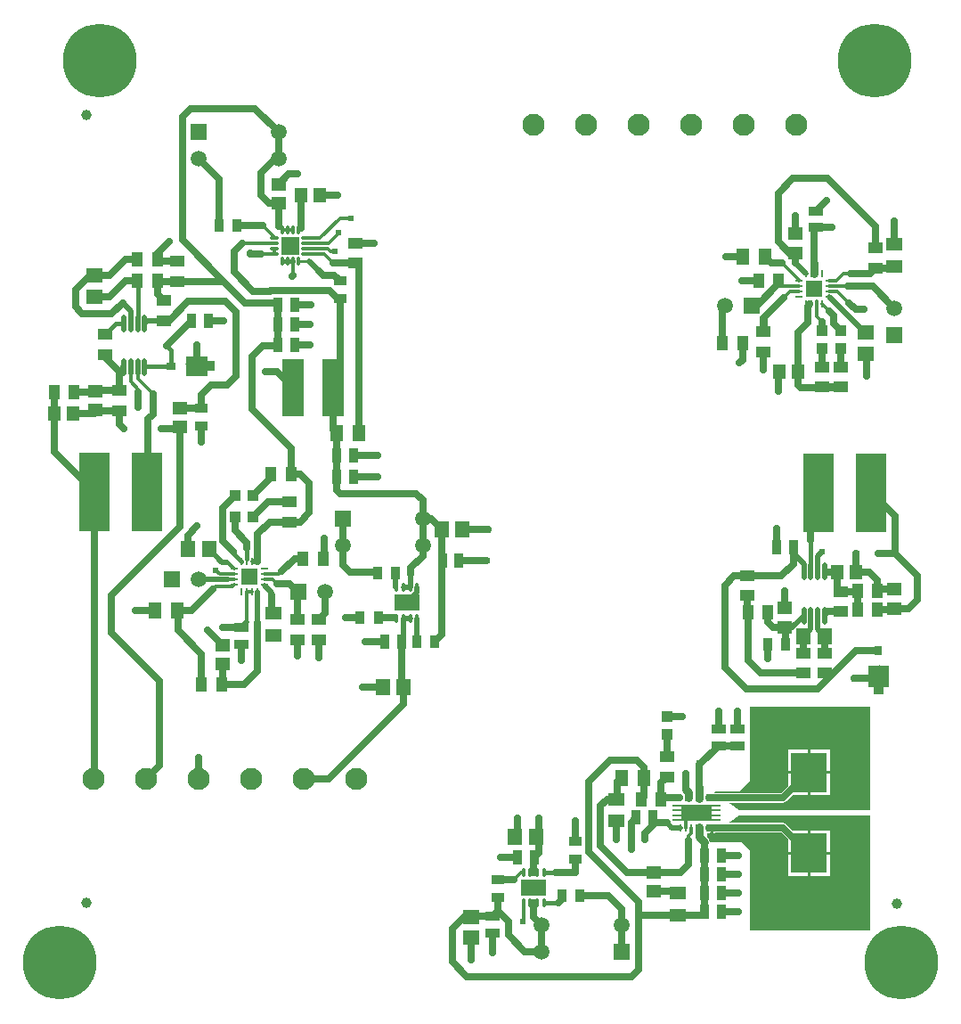
<source format=gtl>
%FSLAX42Y42*%
%MOMM*%
G71*
G01*
G75*
G04 Layer_Physical_Order=1*
G04 Layer_Color=191*
%ADD10R,2.15X5.50*%
%ADD11R,3.00X7.50*%
%ADD12R,3.50X3.80*%
%ADD13O,0.25X0.70*%
%ADD14O,0.70X0.25*%
%ADD15R,1.60X1.60*%
%ADD16O,0.45X1.70*%
%ADD17R,0.66X0.94*%
%ADD18R,0.00X0.00*%
%ADD19R,0.00X0.00*%
%ADD20R,0.84X0.66*%
%ADD21R,1.70X1.70*%
%ADD22O,0.85X0.28*%
%ADD23O,0.28X0.85*%
%ADD24R,1.40X1.05*%
%ADD25R,1.25X1.50*%
%ADD26R,0.85X1.30*%
%ADD27R,1.00X1.00*%
G04:AMPARAMS|DCode=28|XSize=0.24mm|YSize=0.6mm|CornerRadius=0.08mm|HoleSize=0mm|Usage=FLASHONLY|Rotation=0.000|XOffset=0mm|YOffset=0mm|HoleType=Round|Shape=RoundedRectangle|*
%AMROUNDEDRECTD28*
21,1,0.24,0.43,0,0,0.0*
21,1,0.07,0.60,0,0,0.0*
1,1,0.17,0.04,-0.22*
1,1,0.17,-0.04,-0.22*
1,1,0.17,-0.04,0.22*
1,1,0.17,0.04,0.22*
%
%ADD28ROUNDEDRECTD28*%
%ADD29R,2.40X1.65*%
%ADD30O,0.30X0.85*%
%ADD31R,1.45X1.15*%
%ADD32R,1.15X1.45*%
%ADD33R,1.55X1.35*%
%ADD34R,0.95X1.35*%
%ADD35R,1.30X0.85*%
%ADD36R,1.05X1.40*%
%ADD37R,1.50X1.25*%
%ADD38R,1.00X1.00*%
%ADD39R,0.94X0.66*%
%ADD40R,0.00X0.00*%
%ADD41R,0.00X0.00*%
%ADD42R,0.66X0.84*%
%ADD43R,1.35X0.95*%
%ADD44R,1.35X1.55*%
%ADD45C,1.00*%
%ADD46C,0.64*%
%ADD47C,0.51*%
%ADD48C,0.38*%
%ADD49C,0.43*%
%ADD50C,0.25*%
%ADD51C,0.46*%
%ADD52C,0.76*%
%ADD53R,0.85X0.20*%
%ADD54R,2.85X1.58*%
%ADD55C,2.10*%
%ADD56C,1.50*%
%ADD57R,1.50X1.50*%
%ADD58R,1.50X1.50*%
%ADD59C,7.00*%
%ADD60C,0.50*%
%ADD61C,0.46*%
%ADD62C,0.61*%
G36*
X8166Y1970D02*
X6924D01*
X6834Y2029D01*
X6829Y2030D01*
X6830Y2042D01*
X7337D01*
X7353Y2046D01*
X7367Y2055D01*
X7427Y2115D01*
X7569D01*
Y2317D01*
X7382D01*
Y2190D01*
X7319Y2128D01*
X6695D01*
X6693Y2131D01*
X6686Y2136D01*
X6690Y2148D01*
X6921Y2148D01*
X7023Y2250D01*
X7023Y2953D01*
X8166D01*
Y1970D01*
D02*
G37*
G36*
Y827D02*
X7023D01*
Y1589D01*
X6947Y1666D01*
X6639D01*
X6637Y1669D01*
X6633Y1688D01*
X6622Y1704D01*
X6617Y1709D01*
X6617Y1747D01*
X6619Y1749D01*
X6632Y1752D01*
X6640Y1757D01*
X6648Y1752D01*
X6652Y1751D01*
Y1805D01*
X6678D01*
Y1751D01*
X6682Y1752D01*
X6693Y1759D01*
X6695Y1762D01*
X7319D01*
X7382Y1700D01*
Y1573D01*
X7569D01*
Y1775D01*
X7427D01*
X7367Y1835D01*
X7353Y1845D01*
X7337Y1848D01*
X6830D01*
X6829Y1860D01*
X6834Y1862D01*
X6924Y1920D01*
X8166D01*
Y827D01*
D02*
G37*
G36*
X1864Y6235D02*
X1930D01*
Y6141D01*
X1864D01*
Y6090D01*
X1664D01*
Y6283D01*
X1864D01*
Y6235D01*
D02*
G37*
G36*
X8339Y3141D02*
X8291D01*
Y3075D01*
X8197D01*
Y3141D01*
X8146D01*
Y3342D01*
X8339D01*
Y3141D01*
D02*
G37*
%LPC*%
G36*
X7569Y1547D02*
X7382D01*
Y1345D01*
X7569D01*
Y1547D01*
D02*
G37*
G36*
X7782D02*
X7595D01*
Y1345D01*
X7782D01*
Y1547D01*
D02*
G37*
G36*
Y1775D02*
X7595D01*
Y1573D01*
X7782D01*
Y1775D01*
D02*
G37*
G36*
Y2545D02*
X7595D01*
Y2343D01*
X7782D01*
Y2545D01*
D02*
G37*
G36*
X7569D02*
X7382D01*
Y2343D01*
X7569D01*
Y2545D01*
D02*
G37*
G36*
X7782Y2317D02*
X7595D01*
Y2115D01*
X7782D01*
Y2317D01*
D02*
G37*
%LPD*%
D10*
X2678Y5985D02*
D03*
X3063D02*
D03*
D11*
X1291Y4990D02*
D03*
X791D02*
D03*
X8175Y4985D02*
D03*
X7675D02*
D03*
D12*
X7582Y1560D02*
D03*
Y2330D02*
D03*
D13*
X2338Y4331D02*
D03*
X2288D02*
D03*
X2238D02*
D03*
X2188D02*
D03*
Y4041D02*
D03*
X2238D02*
D03*
X2288D02*
D03*
X2338D02*
D03*
X7558Y7068D02*
D03*
X7608D02*
D03*
X7658D02*
D03*
X7708D02*
D03*
Y6779D02*
D03*
X7658D02*
D03*
X7608D02*
D03*
X7558D02*
D03*
D14*
X2118Y4261D02*
D03*
Y4211D02*
D03*
Y4161D02*
D03*
Y4111D02*
D03*
X2408D02*
D03*
Y4161D02*
D03*
Y4211D02*
D03*
Y4261D02*
D03*
X7488Y6849D02*
D03*
Y6899D02*
D03*
Y6948D02*
D03*
Y6999D02*
D03*
X7778D02*
D03*
Y6948D02*
D03*
Y6899D02*
D03*
Y6849D02*
D03*
D15*
X2263Y4186D02*
D03*
X7633Y6923D02*
D03*
D16*
X1266Y6177D02*
D03*
X1136D02*
D03*
X1071D02*
D03*
X1201D02*
D03*
X1266Y6597D02*
D03*
X1136D02*
D03*
X1201D02*
D03*
X1071D02*
D03*
X7535Y3818D02*
D03*
X7600D02*
D03*
X7665D02*
D03*
X7730D02*
D03*
X7535Y4238D02*
D03*
X7600D02*
D03*
X7665D02*
D03*
X7730D02*
D03*
D17*
X1749Y6187D02*
D03*
D18*
X1669Y6183D02*
D03*
D19*
X1666Y6200D02*
D03*
D20*
X1516Y6187D02*
D03*
D21*
X2651Y7331D02*
D03*
D22*
X2503Y7256D02*
D03*
Y7306D02*
D03*
Y7356D02*
D03*
Y7406D02*
D03*
X2798D02*
D03*
Y7356D02*
D03*
Y7306D02*
D03*
Y7256D02*
D03*
D23*
X2576Y7478D02*
D03*
X2626D02*
D03*
X2676D02*
D03*
X2726D02*
D03*
Y7183D02*
D03*
X2676D02*
D03*
X2626D02*
D03*
X2576D02*
D03*
D24*
X1575Y7185D02*
D03*
Y6995D02*
D03*
X6998Y4009D02*
D03*
Y4199D02*
D03*
X7531Y3462D02*
D03*
Y3272D02*
D03*
X7734Y3462D02*
D03*
Y3272D02*
D03*
X6235Y2476D02*
D03*
Y2286D02*
D03*
X8217Y7121D02*
D03*
Y7311D02*
D03*
X7709Y6180D02*
D03*
Y5990D02*
D03*
X7887Y6180D02*
D03*
Y5990D02*
D03*
X7150Y6325D02*
D03*
Y6515D02*
D03*
X7887Y4047D02*
D03*
Y3857D02*
D03*
X1448Y6812D02*
D03*
Y6622D02*
D03*
X1025Y5764D02*
D03*
Y5954D02*
D03*
X889Y6489D02*
D03*
Y6299D02*
D03*
X2642Y4709D02*
D03*
Y4899D02*
D03*
X2718Y3781D02*
D03*
Y3591D02*
D03*
X2921Y3781D02*
D03*
Y3591D02*
D03*
X3272Y7165D02*
D03*
Y7355D02*
D03*
D25*
X3305Y5553D02*
D03*
X3095D02*
D03*
X5801Y2275D02*
D03*
X6010D02*
D03*
X7166Y7228D02*
D03*
X6956D02*
D03*
X1578Y3864D02*
D03*
X1368D02*
D03*
D26*
X3483Y4223D02*
D03*
X3653D02*
D03*
X5236Y1158D02*
D03*
X5406D02*
D03*
X7362Y3545D02*
D03*
X7192D02*
D03*
X2142Y7521D02*
D03*
X1972D02*
D03*
X4021Y3567D02*
D03*
X3851D02*
D03*
X3317Y3795D02*
D03*
X3487D02*
D03*
D27*
X2295Y4753D02*
D03*
X2125D02*
D03*
X2295Y4956D02*
D03*
X2125D02*
D03*
D28*
X6365Y2085D02*
D03*
X6415D02*
D03*
X6465D02*
D03*
X6515D02*
D03*
X6565D02*
D03*
X6615D02*
D03*
X6665D02*
D03*
Y1805D02*
D03*
X6615D02*
D03*
X6565D02*
D03*
X6515D02*
D03*
X6465D02*
D03*
X6415D02*
D03*
X6365D02*
D03*
D29*
X3759Y3940D02*
D03*
X4966Y1234D02*
D03*
D30*
X3857Y3793D02*
D03*
X3792D02*
D03*
X3727D02*
D03*
X3662D02*
D03*
Y4088D02*
D03*
X3727D02*
D03*
X3792D02*
D03*
X3857D02*
D03*
X4868Y1086D02*
D03*
X4933D02*
D03*
X4998D02*
D03*
X5063D02*
D03*
Y1381D02*
D03*
X4998D02*
D03*
X4933D02*
D03*
X4868D02*
D03*
D31*
X6108Y1199D02*
D03*
Y1379D02*
D03*
X7455Y7265D02*
D03*
Y7445D02*
D03*
X7353Y3709D02*
D03*
Y3889D02*
D03*
X8395Y3887D02*
D03*
Y4067D02*
D03*
X1600Y5611D02*
D03*
Y5791D02*
D03*
X797Y5769D02*
D03*
Y5949D02*
D03*
X2540Y7916D02*
D03*
Y7736D02*
D03*
X2007Y3535D02*
D03*
Y3355D02*
D03*
D32*
X590Y5741D02*
D03*
X410D02*
D03*
X2755Y7814D02*
D03*
X2935D02*
D03*
X7477Y6140D02*
D03*
X7297D02*
D03*
X7847Y4231D02*
D03*
X8028D02*
D03*
D33*
X787Y6846D02*
D03*
Y7046D02*
D03*
X4369Y757D02*
D03*
Y957D02*
D03*
X8124Y6507D02*
D03*
Y6307D02*
D03*
D34*
X1871Y6616D02*
D03*
X1711D02*
D03*
X4970Y1522D02*
D03*
X4810D02*
D03*
X6588Y1539D02*
D03*
X6747D02*
D03*
X6588Y1361D02*
D03*
X6747D02*
D03*
X6588Y1183D02*
D03*
X6747D02*
D03*
X6588Y1005D02*
D03*
X6747D02*
D03*
X5940Y1899D02*
D03*
X6100D02*
D03*
X7433Y4470D02*
D03*
X7273D02*
D03*
X2696Y6582D02*
D03*
X2536D02*
D03*
X2696Y6775D02*
D03*
X2536D02*
D03*
X2696Y6391D02*
D03*
X2536D02*
D03*
X3255Y5134D02*
D03*
X3095D02*
D03*
X3255Y5337D02*
D03*
X3095D02*
D03*
X3551Y3567D02*
D03*
X3711D02*
D03*
X4257Y4341D02*
D03*
X4097D02*
D03*
D35*
X5359Y1502D02*
D03*
Y1673D02*
D03*
X4623Y1310D02*
D03*
Y1140D02*
D03*
X1803Y5616D02*
D03*
Y5786D02*
D03*
X3124Y6997D02*
D03*
Y6827D02*
D03*
D36*
X6178Y2072D02*
D03*
X5988D02*
D03*
X7106Y7000D02*
D03*
X7296D02*
D03*
X6953Y6403D02*
D03*
X6763D02*
D03*
X8046Y4053D02*
D03*
X8236D02*
D03*
X8236Y3875D02*
D03*
X8046D02*
D03*
X7194Y3850D02*
D03*
X7004D02*
D03*
X595Y5944D02*
D03*
X405D02*
D03*
X2660Y5159D02*
D03*
X2470D02*
D03*
X2000Y3165D02*
D03*
X1810D02*
D03*
X2775Y4362D02*
D03*
X2965D02*
D03*
X1390Y7200D02*
D03*
X1200D02*
D03*
X1390Y6997D02*
D03*
X1200D02*
D03*
D37*
X6337Y1183D02*
D03*
Y973D02*
D03*
X5753Y1865D02*
D03*
Y2075D02*
D03*
X8395Y7346D02*
D03*
Y7136D02*
D03*
X2489Y3632D02*
D03*
Y3842D02*
D03*
D38*
X6235Y2860D02*
D03*
Y2690D02*
D03*
X7709Y6526D02*
D03*
Y6356D02*
D03*
X7887Y6526D02*
D03*
Y6356D02*
D03*
D39*
X8242Y3257D02*
D03*
D40*
X8238Y3337D02*
D03*
D41*
X8255Y3340D02*
D03*
D42*
X8242Y3489D02*
D03*
D43*
X4572Y963D02*
D03*
Y803D02*
D03*
X6722Y2581D02*
D03*
Y2741D02*
D03*
X6900Y2581D02*
D03*
Y2741D02*
D03*
X7645Y7504D02*
D03*
Y7664D02*
D03*
X2184Y3543D02*
D03*
Y3703D02*
D03*
D44*
X4990Y1715D02*
D03*
X4790D02*
D03*
X7733Y3621D02*
D03*
X7533D02*
D03*
X1678Y4448D02*
D03*
X1878D02*
D03*
X3531Y3135D02*
D03*
X3731D02*
D03*
X4090Y4633D02*
D03*
X4290D02*
D03*
D45*
X711Y8572D02*
D03*
Y1092D02*
D03*
X8420Y1080D02*
D03*
D46*
X8222Y3220D02*
X8242Y3240D01*
X5988Y2072D02*
X6010Y2094D01*
Y2275D01*
X7337Y1805D02*
X7582Y1560D01*
X6628Y1805D02*
X7337D01*
X7337Y2085D02*
X7582Y2330D01*
X6628Y2085D02*
X7337D01*
X8236Y4053D02*
X8250Y4067D01*
X8395D01*
X8039Y4047D02*
X8046Y4040D01*
Y3875D02*
Y4040D01*
X7887Y4047D02*
X8039D01*
X7847Y4086D02*
X7887Y4047D01*
X7847Y4086D02*
Y4231D01*
X7531Y3462D02*
X7533Y3464D01*
Y3621D01*
X7733Y3464D02*
X7734Y3462D01*
X7733Y3464D02*
Y3621D01*
X6947Y7000D02*
X6947Y7000D01*
X7106D01*
X7794Y7504D02*
X7798Y7508D01*
X7645Y7504D02*
X7794D01*
X7887Y6356D02*
X7887Y6356D01*
Y6180D02*
Y6356D01*
X7709Y6180D02*
X7709Y6180D01*
X7709Y6180D02*
Y6356D01*
X3731Y2978D02*
Y3135D01*
X1778Y2467D02*
X1782Y2463D01*
Y2264D02*
Y2463D01*
X1580Y5591D02*
X1600Y5611D01*
X1422Y5591D02*
X1580D01*
X1025Y5633D02*
X1067Y5591D01*
X1025Y5633D02*
Y5764D01*
X1282Y2264D02*
X1409Y2390D01*
X782Y2264D02*
X791Y2273D01*
Y4990D01*
X405Y5376D02*
Y5944D01*
X768Y5741D02*
X797Y5769D01*
X628Y5741D02*
X794D01*
X797Y5769D02*
X802Y5764D01*
X827D02*
X1025D01*
X797Y5949D02*
X802Y5954D01*
X792Y5944D02*
X797Y5949D01*
X827Y5954D02*
X1025D01*
X1778Y8156D02*
X1972Y7962D01*
Y7521D02*
Y7962D01*
X2525Y6137D02*
X2678Y5985D01*
X1390Y7200D02*
Y7261D01*
X1499Y7369D01*
X1390Y7200D02*
X1406Y7185D01*
X1575D01*
X1390Y6997D02*
X1393Y6995D01*
X1575D01*
X1207Y5794D02*
Y5944D01*
X744Y7046D02*
X787D01*
X610Y6912D02*
X744Y7046D01*
X633Y5944D02*
X817D01*
X1810Y3165D02*
Y3454D01*
X2177Y3535D02*
X2184Y3543D01*
X2000Y3165D02*
X2007Y3172D01*
Y3355D01*
X2000Y3165D02*
X2210D01*
X2184Y3394D02*
Y3543D01*
X2007Y4838D02*
X2125Y4956D01*
X2295D02*
X2470Y5132D01*
Y5159D01*
X2295Y4753D02*
X2441Y4899D01*
X2921Y3781D02*
X2984Y3844D01*
X1880Y6620D02*
X2019D01*
X1803Y5464D02*
Y5616D01*
X2718Y3432D02*
X2718Y3432D01*
X2718Y3432D02*
Y3591D01*
X2782Y2264D02*
X3016D01*
X3731Y2978D01*
Y3131D02*
Y3135D01*
X3711Y3155D02*
X3731Y3135D01*
X3711Y3155D02*
Y3567D01*
X3148Y4481D02*
Y4735D01*
Y4297D02*
Y4481D01*
X4090Y4341D02*
Y4633D01*
X3988Y4735D02*
X4090Y4633D01*
X3910Y4735D02*
X3988D01*
X3910Y4481D02*
Y4735D01*
X3361Y3567D02*
X3551D01*
X3335Y3135D02*
X3531D01*
X3271Y7166D02*
X3272Y7165D01*
X3305Y7131D01*
Y5566D02*
Y7131D01*
X2667Y7039D02*
X2676Y7047D01*
X1390Y6870D02*
X1448Y6812D01*
X1390Y6870D02*
Y6997D01*
X2540Y7514D02*
Y7736D01*
X2452D02*
X2540D01*
X2540Y8156D02*
Y8410D01*
X2536Y6378D02*
Y6582D01*
X3063Y5934D02*
X3124Y5995D01*
Y6059D02*
Y6776D01*
X2142Y7521D02*
X2394D01*
X2935Y7814D02*
X3099D01*
X5804Y624D02*
Y878D01*
Y1031D01*
X5677Y1158D02*
X5804Y1031D01*
X5406Y1158D02*
X5677D01*
X5236Y1123D02*
Y1158D01*
X5199Y1086D02*
X5236Y1123D01*
X4970Y1522D02*
X5015Y1568D01*
X5042Y624D02*
Y878D01*
X4810Y1711D02*
X4815Y1716D01*
Y1893D01*
X4813Y1894D02*
X4815Y1893D01*
X5015Y1568D02*
Y1893D01*
X7321Y4199D02*
X7433Y4311D01*
X6998Y4199D02*
X7321D01*
X7433Y4311D02*
Y4409D01*
X6998Y3857D02*
Y4009D01*
Y3857D02*
X7004Y3850D01*
X7362Y3545D02*
Y3701D01*
X7353Y3709D02*
X7362Y3701D01*
X7353Y3889D02*
Y4053D01*
X7709Y5990D02*
X7887D01*
X8014Y3220D02*
X8222D01*
X7887Y5990D02*
X7893Y5984D01*
X8028Y4231D02*
Y4409D01*
X4290Y4633D02*
X4529D01*
X4257Y4341D02*
X4517D01*
X4021Y3567D02*
X4089Y3635D01*
Y4362D01*
X3175Y3795D02*
X3317D01*
X3487D02*
X3632D01*
X3218Y4227D02*
X3483D01*
X3148Y4297D02*
X3218Y4227D01*
X3910Y4387D02*
Y4481D01*
X3255Y5137D02*
X3480D01*
X3255Y5337D02*
X3480D01*
X3095Y5011D02*
Y5337D01*
X3095D02*
Y5566D01*
X3063Y5586D02*
Y5934D01*
Y5985D01*
X2007Y4527D02*
Y4838D01*
Y4527D02*
X2108Y4426D01*
X2441Y4899D02*
X2642D01*
X2660Y5159D02*
X2746D01*
X2832Y5074D01*
X2642Y4709D02*
X2746D01*
X2832Y4794D01*
Y5074D01*
X2125Y4625D02*
Y4753D01*
X2984Y3844D02*
Y4045D01*
X2718Y3781D02*
Y4045D01*
X2921Y3422D02*
Y3591D01*
X1865Y3677D02*
X2007Y3535D01*
X1676Y4450D02*
X1678Y4448D01*
X1676Y4450D02*
Y4579D01*
X1765Y4667D01*
X2642Y4121D02*
X2718Y4045D01*
X2527Y4121D02*
X2642D01*
X1901Y6009D02*
X2053D01*
X1803Y5912D02*
X1901Y6009D01*
X1803Y5786D02*
Y5912D01*
X1605Y5786D02*
X1803D01*
X1600Y5791D02*
X1605Y5786D01*
X1764Y6187D02*
X1768Y6191D01*
X1765Y6194D02*
X1768Y6191D01*
X1765Y6194D02*
Y6394D01*
X1291Y4990D02*
X1299Y4998D01*
Y5683D01*
X1346Y5730D02*
Y5924D01*
X1299Y5683D02*
X1346Y5730D01*
X1473Y6378D02*
X1711Y6616D01*
X1473Y6378D02*
X1473D01*
X1676Y6801D02*
X2032D01*
X1498Y6622D02*
X1676Y6801D01*
X1448Y6622D02*
X1498D01*
X1025Y5954D02*
Y6140D01*
X877Y6288D02*
X1025Y6140D01*
X787Y7046D02*
X931D01*
X1085Y7200D01*
X1200D01*
X610Y6750D02*
X673Y6686D01*
X610Y6750D02*
Y6912D01*
X787Y6846D02*
X934D01*
X1084Y6996D01*
X673Y6686D02*
X952D01*
X2387Y6378D02*
X2536D01*
X2413Y6137D02*
X2525D01*
X2286Y6277D02*
X2387Y6378D01*
X2696Y6391D02*
X2841D01*
X2696Y6582D02*
X2841D01*
X2696Y6775D02*
X2845D01*
X2536Y6582D02*
Y6785D01*
X3067Y7054D02*
X3124Y6997D01*
X2963Y7054D02*
X3067D01*
X2924Y7093D02*
X2963Y7054D01*
X3062Y7166D02*
X3271D01*
X2338Y4331D02*
Y4593D01*
X2454Y4709D01*
X2642D01*
X2972Y4362D02*
X2972Y4362D01*
Y4553D01*
X2567Y4237D02*
X2692Y4362D01*
X2775D01*
X1587Y3677D02*
X1810Y3454D01*
X1711Y3864D02*
X1917Y4070D01*
X1587Y3864D02*
X1711D01*
X1578D02*
X1587D01*
Y3677D02*
Y3864D01*
X2756Y7503D02*
Y7826D01*
X2121Y7283D02*
X2193Y7356D01*
X2273Y7258D02*
X2275Y7256D01*
X2376D01*
X2225Y6785D02*
X2536D01*
X2016Y6995D02*
X2225Y6785D01*
X2462Y6902D02*
X2463Y6904D01*
X2298Y6902D02*
X2462D01*
X2463Y6904D02*
X3022D01*
X3124Y6801D01*
X2375Y7814D02*
X2452Y7736D01*
X2375Y7814D02*
Y8020D01*
X2511Y8156D01*
X2540D01*
X5893Y387D02*
X5960Y454D01*
X5363Y1678D02*
Y1869D01*
X4369Y552D02*
Y757D01*
X4572Y616D02*
Y803D01*
X4966Y955D02*
X5042Y878D01*
X4966Y955D02*
Y1086D01*
X4626Y1314D02*
X4775D01*
X4653Y1522D02*
X4810D01*
X4966Y1381D02*
Y1518D01*
X4330Y387D02*
X5893D01*
X4191Y527D02*
X4330Y387D01*
X4191Y527D02*
Y844D01*
X4303Y957D01*
X4623Y1013D02*
Y1140D01*
X4572Y963D02*
X4623Y1013D01*
X4374Y963D02*
X4572D01*
X4369Y957D02*
X4374Y963D01*
X4881Y624D02*
X5042D01*
X4724Y781D02*
X4881Y624D01*
X4724Y781D02*
Y912D01*
X4623Y1013D02*
X4724Y912D01*
X5486Y1574D02*
X5960Y1100D01*
X5753Y2075D02*
X5763Y2086D01*
Y2238D01*
X5801Y2275D01*
X5753Y1695D02*
Y1865D01*
X5600Y1632D02*
Y2013D01*
X5663Y2075D01*
X5753D01*
X5960Y454D02*
Y1100D01*
X6321Y1199D02*
X6337Y1183D01*
X5893Y1852D02*
X5940Y1899D01*
X5893Y1594D02*
Y1852D01*
X6337Y973D02*
X6555D01*
X6588Y1005D01*
X5960Y971D02*
X6337D01*
X6588Y1005D02*
Y1183D01*
Y1361D01*
Y1539D01*
Y1669D01*
X6747Y1539D02*
X6909D01*
X6747Y1361D02*
X6909D01*
X6747Y1183D02*
X6909D01*
X6747Y1005D02*
X6909D01*
X6108Y1199D02*
X6321D01*
X5600Y1632D02*
X5854Y1378D01*
X6108Y1379D02*
X6364D01*
X6439Y1454D01*
Y1683D01*
X5854Y1378D02*
X6108D01*
X6121Y1848D02*
X6235D01*
X5486Y1574D02*
Y2241D01*
X5689Y2445D01*
X6010Y2275D02*
Y2377D01*
X5943Y2445D02*
X6010Y2377D01*
X5689Y2445D02*
X5943D01*
X6191Y2085D02*
X6350D01*
X6178Y2072D02*
X6191Y2085D01*
X6178Y2072D02*
Y2229D01*
X6235Y2286D01*
Y2476D02*
Y2680D01*
X6235Y2690D02*
X6235Y2690D01*
X6235Y2860D02*
X6379D01*
X6900Y2741D02*
Y2906D01*
X6722Y2741D02*
Y2910D01*
Y2581D02*
X6900D01*
X6542Y2401D02*
X6722Y2581D01*
X6542Y2191D02*
Y2401D01*
X6413Y2167D02*
Y2318D01*
X7124Y3272D02*
X7531D01*
X7004Y3392D02*
X7124Y3272D01*
X7004Y3392D02*
Y3850D01*
X8236Y4053D02*
Y4153D01*
X8157Y4231D02*
X8236Y4153D01*
X8028Y4231D02*
X8157D01*
X8033Y3489D02*
X8242D01*
X6985Y3118D02*
X7661D01*
X6782Y3321D02*
X6985Y3118D01*
X6782Y3321D02*
Y4108D01*
X6872Y4199D01*
X6998D01*
X7188Y3410D02*
Y3545D01*
X7194Y3759D02*
X7244Y3709D01*
X7194Y3759D02*
Y3850D01*
X7244Y3709D02*
X7353D01*
X7769Y3857D02*
X7887D01*
X7759Y4231D02*
X7847D01*
X7600Y4533D02*
Y4910D01*
X7675Y4985D01*
X8236Y3875D02*
X8383D01*
X8395Y3887D01*
X8529D01*
X8610Y3969D01*
Y4197D01*
X8399Y4409D02*
X8610Y4197D01*
X8175Y4985D02*
X8399Y4760D01*
X7816Y3272D02*
X8033Y3489D01*
X7734Y3272D02*
X7816D01*
X7661Y3118D02*
X7816Y3272D01*
X8395Y7346D02*
Y7562D01*
X8394Y7563D02*
X8395Y7562D01*
X6790Y7228D02*
X6956D01*
X6953Y6248D02*
Y6403D01*
X6921Y6217D02*
X6953Y6248D01*
X7290Y5950D02*
Y6133D01*
X7455Y7449D02*
X7455Y7448D01*
X7455Y7449D02*
Y7614D01*
X6763Y6403D02*
Y6763D01*
X7036D02*
X7086D01*
X7296Y6972D01*
Y7000D01*
X7150Y6149D02*
Y6327D01*
X7645Y7664D02*
X7747Y7765D01*
X7455Y7171D02*
Y7265D01*
X8217Y7121D02*
X8395D01*
X8128Y6090D02*
Y6303D01*
X8124Y6307D02*
X8128Y6303D01*
X8026Y6725D02*
X8102D01*
X7963Y6788D02*
X8026Y6725D01*
X8164Y7067D02*
X8217Y7121D01*
X7975Y7067D02*
X8164D01*
X8217Y7311D02*
Y7512D01*
X7759Y7969D02*
X8217Y7512D01*
X7429Y7969D02*
X7759D01*
X7290Y7829D02*
X7429Y7969D01*
X7396Y7265D02*
X7455D01*
X7290Y7372D02*
X7396Y7265D01*
X7290Y7372D02*
Y7829D01*
X7225Y7169D02*
X7328D01*
X7166Y7228D02*
X7225Y7169D01*
X7150Y6648D02*
X7340Y6839D01*
X7772Y6714D02*
X7820Y6666D01*
Y6593D02*
Y6666D01*
Y6593D02*
X7887Y6526D01*
X7477Y6191D02*
Y6506D01*
Y6012D02*
Y6191D01*
Y6012D02*
X7506Y5984D01*
X7893D01*
X1181Y3867D02*
X1365D01*
X1368Y3864D01*
X2053Y6009D02*
X2133Y6090D01*
Y6699D01*
X2032Y6801D02*
X2133Y6699D01*
X1575Y6995D02*
X2016D01*
X1626Y7385D02*
X2016Y6995D01*
X2121Y7080D02*
X2298Y6902D01*
X2121Y7080D02*
Y7283D01*
X8399Y4409D02*
Y4760D01*
X8242Y4409D02*
X8399D01*
X3095Y5011D02*
X3127Y4978D01*
X3910Y4735D02*
Y4916D01*
X3848Y4978D02*
X3910Y4916D01*
X3127Y4978D02*
X3848D01*
X6020Y1689D02*
Y1746D01*
X6121Y1848D01*
X2638Y8014D02*
X2718D01*
X2540Y7916D02*
X2638Y8014D01*
X405Y5376D02*
X791Y4990D01*
X7477Y6506D02*
X7569Y6598D01*
Y6757D01*
X7590Y6779D01*
X7632Y7169D02*
Y7491D01*
X7645Y7504D01*
X8187Y6948D02*
X8394Y6741D01*
X7950Y6948D02*
X8187D01*
X7709Y6526D02*
Y6610D01*
X5178Y1381D02*
X5363D01*
X3797Y4210D02*
Y4273D01*
X3910Y4387D01*
X2236Y4456D02*
Y4513D01*
X2125Y4625D02*
X2236Y4513D01*
X2476Y3855D02*
X2489Y3842D01*
X2476Y3855D02*
Y4007D01*
X2210Y3165D02*
X2338Y3294D01*
Y3750D01*
X2010Y3703D02*
X2184D01*
X952Y6686D02*
X1057Y6791D01*
X1084Y6996D02*
X1204D01*
X1626Y7385D02*
Y8560D01*
X2315Y8636D02*
X2540Y8410D01*
X1702Y8636D02*
X2315D01*
X1626Y8560D02*
X1702Y8636D01*
X3272Y7355D02*
X3449D01*
X2660Y5159D02*
Y5404D01*
X2286Y5779D02*
X2660Y5404D01*
X2286Y5779D02*
Y6277D01*
X5363Y1381D02*
Y1495D01*
X5381Y1513D01*
X7277Y4470D02*
Y4648D01*
X1409Y2390D02*
Y3201D01*
X952Y3658D02*
X1409Y3201D01*
X952Y3658D02*
Y4013D01*
X1600Y4661D01*
Y5611D01*
D47*
X2343Y3750D02*
Y4041D01*
X2293Y4331D02*
X2338D01*
X3857Y3573D02*
Y3793D01*
X3725Y3567D02*
Y3791D01*
X3727Y3793D02*
X3792D01*
X3651Y4088D02*
Y4227D01*
X3857Y4038D02*
Y4088D01*
X3759Y3940D02*
X3857Y4038D01*
X3727Y4088D02*
X3792D01*
X3797Y4104D02*
Y4210D01*
X2476Y4007D02*
Y4032D01*
X2184Y3703D02*
X2238Y3756D01*
X2002Y4324D02*
X2055D01*
X1878Y4448D02*
X2002Y4324D01*
X2403Y4106D02*
X2476Y4032D01*
X1291Y6622D02*
X1448D01*
X1266Y6597D02*
X1291Y6622D01*
X1025Y6140D02*
X1063Y6177D01*
X2834Y7183D02*
X2924Y7093D01*
X1778Y4161D02*
X2059D01*
X6278Y1805D02*
X6365D01*
X6235Y1848D02*
X6278Y1805D01*
X7353Y3709D02*
X7427D01*
X7430Y3712D01*
Y3714D01*
X7534Y3818D01*
X7535D01*
X7665Y3689D02*
Y3818D01*
Y3689D02*
X7733Y3621D01*
X7600Y3689D02*
Y3818D01*
X7533Y3621D02*
X7600Y3689D01*
X7730Y3818D02*
X7769Y3857D01*
X7433Y4409D02*
X7535Y4307D01*
Y4238D02*
Y4307D01*
X7665Y4238D02*
Y4382D01*
X7709Y4426D01*
X7455Y7171D02*
X7558Y7068D01*
X8124Y6503D02*
Y6507D01*
X7778Y6849D02*
X8124Y6503D01*
X1136Y6597D02*
Y6713D01*
X1057Y6791D02*
X1136Y6713D01*
D48*
X2238Y3921D02*
Y4041D01*
X2288D01*
X2676Y7047D02*
Y7183D01*
X2055Y4324D02*
X2118Y4261D01*
X2059Y4161D02*
X2118D01*
X1981Y4210D02*
X2117D01*
X1943Y4248D02*
X1981Y4210D01*
X2408Y4161D02*
X2487D01*
X2527Y4121D01*
X1136Y6039D02*
Y6177D01*
Y6039D02*
X1207Y5968D01*
Y5944D02*
Y5968D01*
X1201Y6177D02*
X1206Y6172D01*
Y6064D02*
Y6172D01*
Y6064D02*
X1346Y5924D01*
X2798Y7256D02*
X2972D01*
X2376D02*
X2503D01*
Y7306D01*
X2972Y7256D02*
X3062Y7166D01*
X2626Y7478D02*
X2676D01*
X2576D02*
X2626D01*
X2798Y7306D02*
X3012D01*
X2503Y7406D02*
Y7412D01*
X2394Y7521D02*
X2503Y7412D01*
X2408Y4211D02*
X2541D01*
X2567Y4237D01*
X2102Y4096D02*
X2118Y4111D01*
X1943Y4096D02*
X2102D01*
X2238Y3756D02*
Y3921D01*
X1917Y4070D02*
X1943Y4096D01*
X2732Y7478D02*
X2756Y7503D01*
X2798Y7356D02*
X3019D01*
X3035Y7283D02*
X3073D01*
X3012Y7306D02*
X3035Y7283D01*
X2193Y7356D02*
X2503D01*
X4966Y1518D02*
X4970Y1522D01*
X4842Y1381D02*
X4868D01*
X4775Y1314D02*
X4842Y1381D01*
X6439Y1683D02*
Y1721D01*
X6464Y1746D01*
Y1804D01*
X6465Y1805D01*
X7778Y6948D02*
X7929D01*
X7778Y6899D02*
X7852D01*
X7963Y6788D01*
X7778Y6999D02*
X7843D01*
X7912Y7067D01*
X7975D01*
X7488Y6999D02*
Y7009D01*
X7328Y7169D02*
X7488Y7009D01*
X7347Y6948D02*
X7488D01*
X7296Y7000D02*
X7347Y6948D01*
X7400Y6899D02*
X7488D01*
X7340Y6839D02*
X7400Y6899D01*
X7708Y6779D02*
X7772Y6714D01*
X7658Y6804D02*
X7658Y6661D01*
X2798Y7406D02*
X2936D01*
X3124Y7595D01*
X3226D01*
X3111Y7449D02*
Y7455D01*
X3019Y7356D02*
X3111Y7449D01*
X7658Y6661D02*
X7709Y6610D01*
X6415Y1805D02*
Y1895D01*
X4868Y912D02*
Y1086D01*
X4866Y914D02*
X4868Y912D01*
X4864Y914D02*
X4866D01*
D49*
X4290Y4633D02*
X4294Y4629D01*
X1276Y6187D02*
X1516D01*
X1266Y6177D02*
X1276Y6187D01*
X1516D02*
Y6335D01*
X1473Y6378D02*
X1516Y6335D01*
X997Y6597D02*
X1071D01*
X889Y6489D02*
X997Y6597D01*
X2626Y7183D02*
X2676D01*
X2576D02*
X2626D01*
X5063Y1086D02*
X5199D01*
X5063Y1381D02*
X5178D01*
X7600Y4238D02*
Y4533D01*
X1201Y6597D02*
X1204Y6600D01*
Y6996D01*
D50*
X2108Y4412D02*
Y4426D01*
X2726Y7183D02*
X2834D01*
D51*
X2108Y4412D02*
X2188Y4331D01*
X2236Y4361D02*
Y4456D01*
D52*
X6542Y1714D02*
X6588Y1669D01*
X6542Y1714D02*
Y1808D01*
Y2078D02*
Y2191D01*
X6413Y2167D02*
X6439Y2142D01*
Y2089D02*
Y2142D01*
X8162Y4772D02*
Y4891D01*
X7632Y7067D02*
Y7169D01*
X7150Y6578D02*
Y6648D01*
D53*
X6330Y1876D02*
D03*
Y1922D02*
D03*
X6330Y1968D02*
D03*
Y2014D02*
D03*
X6700Y1876D02*
D03*
X6700Y1922D02*
D03*
X6700Y1968D02*
D03*
Y2014D02*
D03*
D54*
X6515Y1945D02*
D03*
D55*
X3282Y2264D02*
D03*
X2782D02*
D03*
X2282D02*
D03*
X1782D02*
D03*
X1282D02*
D03*
X782D02*
D03*
X7460Y8484D02*
D03*
X6960D02*
D03*
X6460D02*
D03*
X5960D02*
D03*
X5460D02*
D03*
X4960D02*
D03*
D56*
X2984Y4045D02*
D03*
X2540Y8156D02*
D03*
X1778D02*
D03*
X2540Y8410D02*
D03*
X5804Y878D02*
D03*
X5042Y624D02*
D03*
Y878D02*
D03*
X6782Y6763D02*
D03*
X8394Y6741D02*
D03*
X1778Y4159D02*
D03*
X3910Y4481D02*
D03*
Y4735D02*
D03*
X3148Y4481D02*
D03*
D57*
X2730Y4045D02*
D03*
X1778Y8410D02*
D03*
X5804Y624D02*
D03*
X7036Y6763D02*
D03*
X1524Y4159D02*
D03*
X3148Y4735D02*
D03*
D58*
X8394Y6487D02*
D03*
D59*
X460Y520D02*
D03*
X840Y9090D02*
D03*
X8210D02*
D03*
X8460Y520D02*
D03*
D60*
X2263Y4186D02*
D03*
X2651Y7331D02*
D03*
X2601Y7381D02*
D03*
X2701Y7381D02*
D03*
X2701Y7281D02*
D03*
X2601Y7281D02*
D03*
X3834Y3990D02*
D03*
X3684D02*
D03*
X3759Y3940D02*
D03*
X3834Y3890D02*
D03*
X3684D02*
D03*
X4966Y1234D02*
D03*
X5041Y1284D02*
D03*
Y1184D02*
D03*
X4891D02*
D03*
Y1284D02*
D03*
X7633Y6923D02*
D03*
D61*
X6615Y1895D02*
D03*
X6565D02*
D03*
X6515D02*
D03*
X6465D02*
D03*
X6415D02*
D03*
X6615Y1945D02*
D03*
X6565D02*
D03*
X6515D02*
D03*
X6465D02*
D03*
X6415D02*
D03*
X6615Y1995D02*
D03*
X6565D02*
D03*
X6515D02*
D03*
X6465D02*
D03*
X6415D02*
D03*
D62*
X6947Y7000D02*
D03*
X8394Y7563D02*
D03*
X7798Y7508D02*
D03*
X1778Y2467D02*
D03*
X1422Y5591D02*
D03*
X1067D02*
D03*
X1473Y6378D02*
D03*
X1499Y7369D02*
D03*
X1207Y5794D02*
D03*
X2184Y3394D02*
D03*
X2019Y6620D02*
D03*
X1803Y5464D02*
D03*
X2718Y3432D02*
D03*
X2667Y7039D02*
D03*
X4813Y1894D02*
D03*
X5015Y1893D02*
D03*
X7353Y4053D02*
D03*
X8039Y4409D02*
D03*
X6998Y3596D02*
D03*
X8014Y3215D02*
D03*
X8242Y4409D02*
D03*
X7506Y5984D02*
D03*
X4521Y4337D02*
D03*
X4534Y4629D02*
D03*
X3175Y3795D02*
D03*
X3480Y5137D02*
D03*
Y5337D02*
D03*
X2921Y3422D02*
D03*
X1865Y3677D02*
D03*
X1765Y4667D02*
D03*
X1943Y4248D02*
D03*
X1765Y6394D02*
D03*
X2413Y6137D02*
D03*
X2845Y6775D02*
D03*
X2841Y6582D02*
D03*
Y6391D02*
D03*
X3099Y7814D02*
D03*
X2972Y4553D02*
D03*
X3073Y7283D02*
D03*
X2273Y7258D02*
D03*
X5363Y1869D02*
D03*
X4369Y552D02*
D03*
X4572Y616D02*
D03*
X4653Y1522D02*
D03*
X6413Y2318D02*
D03*
X5753Y1695D02*
D03*
X5893Y1594D02*
D03*
X6909Y1005D02*
D03*
Y1183D02*
D03*
Y1361D02*
D03*
Y1539D02*
D03*
X6379Y2860D02*
D03*
X6900Y2906D02*
D03*
X6722Y2910D02*
D03*
X6542Y2421D02*
D03*
X7188Y3410D02*
D03*
X7709Y4426D02*
D03*
X6790Y7228D02*
D03*
X6921Y6217D02*
D03*
X7455Y7614D02*
D03*
X7747Y7765D02*
D03*
X8128Y6090D02*
D03*
X8102Y6725D02*
D03*
X1181Y3867D02*
D03*
X6020Y1689D02*
D03*
X3226Y7595D02*
D03*
X3111Y7455D02*
D03*
X2718Y8014D02*
D03*
X3335Y3135D02*
D03*
X3361Y3567D02*
D03*
X2010Y3703D02*
D03*
X3449Y7355D02*
D03*
X7277Y4648D02*
D03*
X7150Y6149D02*
D03*
X7290Y5950D02*
D03*
X4864Y914D02*
D03*
M02*

</source>
